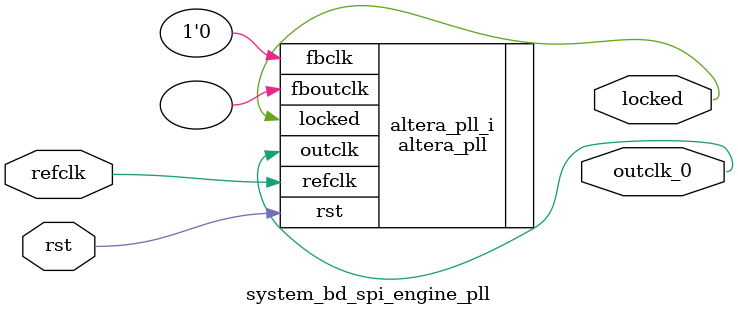
<source format=v>
`timescale 1ns/10ps
module  system_bd_spi_engine_pll(

	// interface 'refclk'
	input wire refclk,

	// interface 'reset'
	input wire rst,

	// interface 'outclk0'
	output wire outclk_0,

	// interface 'locked'
	output wire locked
);

	altera_pll #(
		.fractional_vco_multiplier("false"),
		.reference_clock_frequency("100.0 MHz"),
		.operation_mode("direct"),
		.number_of_clocks(1),
		.output_clock_frequency0("166.666666 MHz"),
		.phase_shift0("0 ps"),
		.duty_cycle0(50),
		.output_clock_frequency1("0 MHz"),
		.phase_shift1("0 ps"),
		.duty_cycle1(50),
		.output_clock_frequency2("0 MHz"),
		.phase_shift2("0 ps"),
		.duty_cycle2(50),
		.output_clock_frequency3("0 MHz"),
		.phase_shift3("0 ps"),
		.duty_cycle3(50),
		.output_clock_frequency4("0 MHz"),
		.phase_shift4("0 ps"),
		.duty_cycle4(50),
		.output_clock_frequency5("0 MHz"),
		.phase_shift5("0 ps"),
		.duty_cycle5(50),
		.output_clock_frequency6("0 MHz"),
		.phase_shift6("0 ps"),
		.duty_cycle6(50),
		.output_clock_frequency7("0 MHz"),
		.phase_shift7("0 ps"),
		.duty_cycle7(50),
		.output_clock_frequency8("0 MHz"),
		.phase_shift8("0 ps"),
		.duty_cycle8(50),
		.output_clock_frequency9("0 MHz"),
		.phase_shift9("0 ps"),
		.duty_cycle9(50),
		.output_clock_frequency10("0 MHz"),
		.phase_shift10("0 ps"),
		.duty_cycle10(50),
		.output_clock_frequency11("0 MHz"),
		.phase_shift11("0 ps"),
		.duty_cycle11(50),
		.output_clock_frequency12("0 MHz"),
		.phase_shift12("0 ps"),
		.duty_cycle12(50),
		.output_clock_frequency13("0 MHz"),
		.phase_shift13("0 ps"),
		.duty_cycle13(50),
		.output_clock_frequency14("0 MHz"),
		.phase_shift14("0 ps"),
		.duty_cycle14(50),
		.output_clock_frequency15("0 MHz"),
		.phase_shift15("0 ps"),
		.duty_cycle15(50),
		.output_clock_frequency16("0 MHz"),
		.phase_shift16("0 ps"),
		.duty_cycle16(50),
		.output_clock_frequency17("0 MHz"),
		.phase_shift17("0 ps"),
		.duty_cycle17(50),
		.pll_type("General"),
		.pll_subtype("General")
	) altera_pll_i (
		.rst	(rst),
		.outclk	({outclk_0}),
		.locked	(locked),
		.fboutclk	( ),
		.fbclk	(1'b0),
		.refclk	(refclk)
	);
endmodule


</source>
